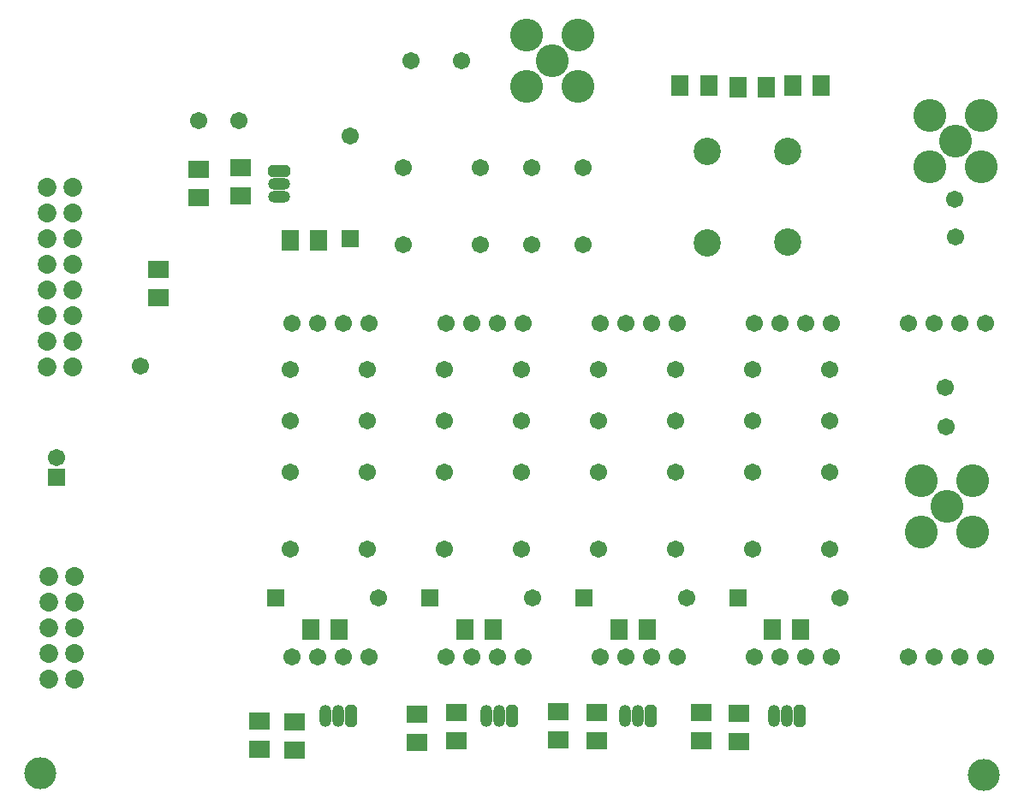
<source format=gbr>
G04 DipTrace 3.3.1.1*
G04 TopMask.gbr*
%MOIN*%
G04 #@! TF.FileFunction,Soldermask,Top*
G04 #@! TF.Part,Single*
%AMOUTLINE1*
4,1,8,
0.023701,0.031191,
0.011506,0.043386,
-0.011506,0.043386,
-0.023701,0.031191,
-0.023701,-0.031191,
-0.011506,-0.043386,
0.011506,-0.043386,
0.023701,-0.031191,
0.023701,0.031191,
0*%
%AMOUTLINE4*
4,1,8,
-0.031191,0.023701,
-0.043386,0.011506,
-0.043386,-0.011506,
-0.031191,-0.023701,
0.031191,-0.023701,
0.043386,-0.011506,
0.043386,0.011506,
0.031191,0.023701,
-0.031191,0.023701,
0*%
%ADD31C,0.125*%
%ADD38O,0.086772X0.047402*%
%ADD40O,0.047402X0.086772*%
%ADD42C,0.073031*%
%ADD44C,0.128031*%
%ADD46C,0.067087*%
%ADD48C,0.106457*%
%ADD50C,0.067087*%
%ADD52R,0.067087X0.067087*%
%ADD54R,0.078898X0.071024*%
%ADD56R,0.071024X0.078898*%
%ADD63OUTLINE1*%
%ADD66OUTLINE4*%
%FSLAX26Y26*%
G04*
G70*
G90*
G75*
G01*
G04 TopMask*
%LPD*%
D56*
X3487552Y1090466D3*
X3377316D3*
D54*
X3245950Y652020D3*
Y762256D3*
D56*
X2887882Y1090466D3*
X2777646D3*
D54*
X2694209Y655080D3*
Y765316D3*
D56*
X2288211Y1090466D3*
X2177975D3*
D54*
X2147488Y655080D3*
Y765316D3*
D56*
X1688541Y1090466D3*
X1578304D3*
D54*
X1516156Y618348D3*
Y728584D3*
D56*
X3454425Y3208482D3*
X3564661D3*
X3240966Y3204301D3*
X3351202D3*
X3017573Y3210572D3*
X3127810D3*
D54*
X1143213Y2881440D3*
Y2771203D3*
D56*
X1499369Y2606663D3*
X1609605D3*
D54*
X985320Y2381558D3*
Y2491794D3*
D52*
X3243133Y1212953D3*
D50*
X3640770D3*
D52*
X2643462D3*
D50*
X3041100D3*
D52*
X2043791D3*
D50*
X2441429D3*
D52*
X1444121D3*
D50*
X1841759D3*
D52*
X1732140Y2613501D3*
D50*
Y3011139D3*
D31*
X4200719Y523828D3*
X526790Y527944D3*
D52*
X589007Y1681982D3*
D50*
Y1760722D3*
D48*
X3121346Y2597210D3*
Y2951541D3*
X3435392Y2599778D3*
Y2954109D3*
D46*
X3905235Y2284146D3*
X4005235D3*
X4105235D3*
X4205235D3*
X1505819Y2284320D3*
X1605235Y2284146D3*
X1705235D3*
X1805235D3*
X2105235D3*
X2205235D3*
X2305235D3*
X2405235D3*
X2705235D3*
X2805235D3*
X2905235D3*
X3005235D3*
X3305235D3*
X3405235D3*
X3505235D3*
X3605235D3*
X3905235Y984146D3*
X4005235D3*
X4105235D3*
X4205235D3*
X1505235D3*
X1605235D3*
X1705235D3*
X1805235D3*
X2105235D3*
X2205235D3*
X2305235D3*
X2405235D3*
X2705235D3*
X2805235D3*
X2905235D3*
X3005235D3*
X3305235D3*
X3405235D3*
X3505235D3*
X3605235D3*
D44*
X2619766Y3204907D3*
X2419766D3*
Y3404907D3*
X2619766D3*
X2519766Y3304907D3*
X4156906Y1668815D3*
Y1468815D3*
X3956906D3*
Y1668815D3*
X4056906Y1568815D3*
D46*
X1968819Y3307402D3*
X2165669D3*
D44*
X4188845Y3092030D3*
Y2892030D3*
X3988845D3*
D46*
X917479Y2115190D3*
X4085454Y2766093D3*
X4089256Y2619740D3*
X1299528Y3071181D3*
X1142047D3*
X4049252Y2032387D3*
X4051332Y1880955D3*
D44*
X3988845Y3092030D3*
X4088845Y2992030D3*
D42*
X560846Y896051D3*
X660846D3*
X551496Y2711873D3*
Y2611873D3*
X560846Y996050D3*
X551496Y2511873D3*
X660846Y1096050D3*
X551496Y2411873D3*
X660846Y1296050D3*
X551496Y2311873D3*
X560846Y1196051D3*
X551496Y2211873D3*
Y2111873D3*
X651496D3*
X660846Y996050D3*
X651496Y2211873D3*
X560846Y1096050D3*
X651496Y2311873D3*
X660846Y1196051D3*
X651496Y2411873D3*
X560846Y1296050D3*
X651496Y2511873D3*
Y2611873D3*
Y2711873D3*
Y2811873D3*
X551496D3*
D63*
X3483493Y752854D3*
D40*
X3433493D3*
X3383493D3*
D63*
X2901139D3*
D40*
X2851139D3*
X2801139D3*
D63*
X2363602D3*
D40*
X2313602D3*
X2263602D3*
D63*
X1736432D3*
D40*
X1686432D3*
X1636432D3*
D66*
X1454293Y2877259D3*
D38*
Y2827259D3*
Y2777259D3*
D54*
X3100434Y655205D3*
Y765441D3*
X2541143Y658909D3*
Y769146D3*
X1992963Y647797D3*
Y758033D3*
X1379008Y622499D3*
Y732735D3*
X1305003Y2780833D3*
Y2891070D3*
D46*
X1497829Y2101942D3*
X1797829D3*
X1497829Y1901942D3*
X1797829D3*
X1497829Y1701942D3*
X1797829D3*
X1497829Y1401942D3*
X1797829D3*
X2097829Y2101942D3*
X2397829D3*
X2097829Y1901942D3*
X2397829D3*
X2097829Y1701942D3*
X2397829D3*
X2097829Y1401942D3*
X2397829D3*
X2697829Y2101942D3*
X2997829D3*
X2697829Y1901942D3*
X2997829D3*
X2697829Y1701942D3*
X2997829D3*
X2697829Y1401942D3*
X2997829D3*
X3297829Y2101942D3*
X3597829D3*
X3297829Y1901942D3*
X3597829D3*
X3297829Y1701942D3*
X3597829D3*
X3297829Y1401942D3*
X3597829D3*
X2640450Y2890957D3*
Y2590957D3*
X2440450Y2890957D3*
Y2590957D3*
X2240450Y2890957D3*
Y2590957D3*
X1940450Y2890957D3*
Y2590957D3*
M02*

</source>
